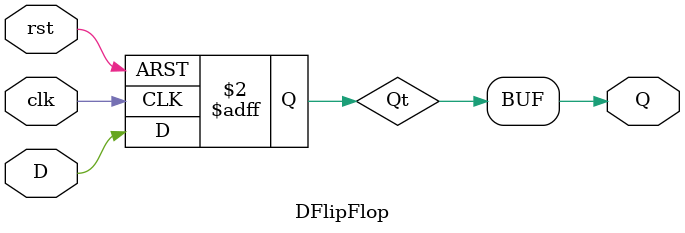
<source format=v>
module DFlipFlop (input clk, input rst, input D, output Q);
reg Qt;

always @ (posedge clk or posedge rst) begin // Asynchronous Reset
if (rst)
Qt <= 1'b0;
else
Qt <= D;
end

assign Q = Qt;

endmodule
</source>
